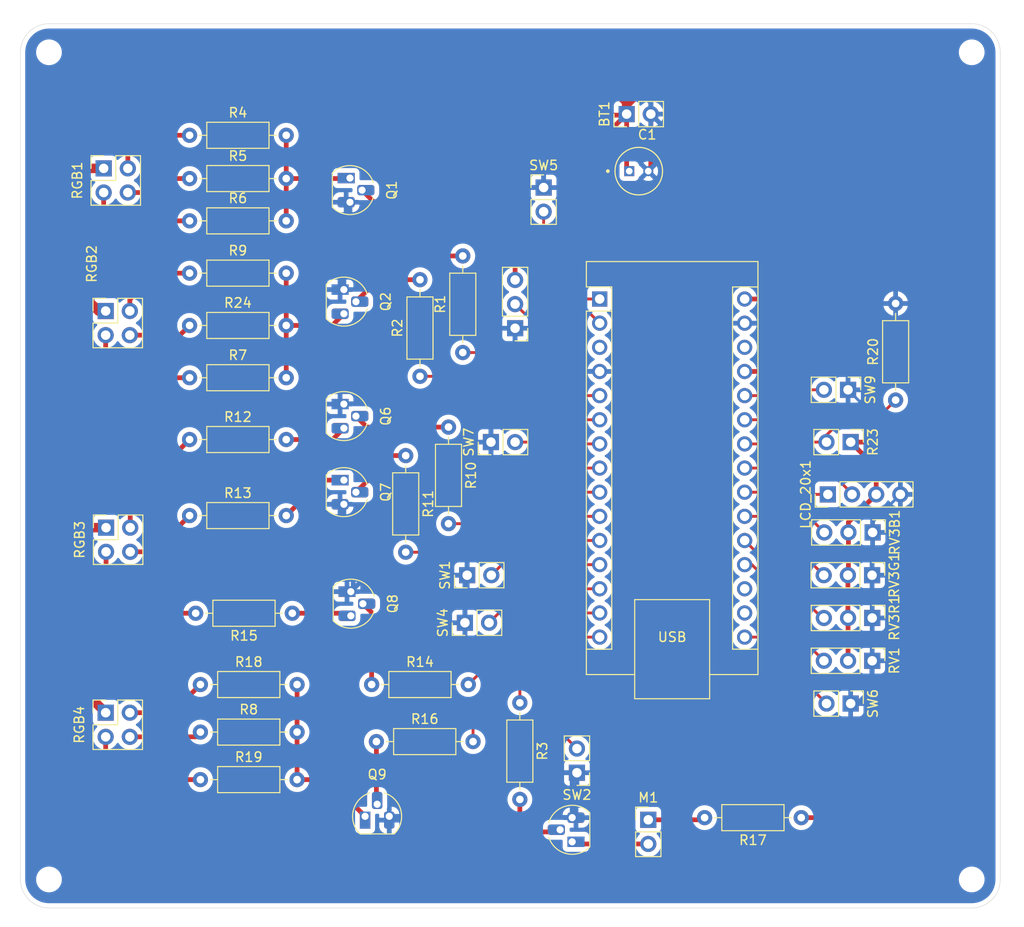
<source format=kicad_pcb>
(kicad_pcb (version 20240108) (generator "pcbnew") (generator_version "8.0")
  (layers (0 "F.Cu" signal) (31 "B.Cu" power) (34 "B.Paste" user) (35 "F.Paste" user) (36 "B.SilkS" user "B.Silkscreen") (37 "F.SilkS" user "F.Silkscreen") (38 "B.Mask" user) (39 "F.Mask" user) (44 "Edge.Cuts" user))
  (net 0 "")
  (net 2 "R3B enable")
  (net 3 "C_button_1")
  (net 4 "R2-enable")
  (net 5 "+5V")
  (net 6 "MC_signal")
  (net 7 "GND")
  (net 8 "R2_S1")
  (net 9 "R3-R")
  (net 11 "MD_light_enable")
  (net 12 "R3R enable")
  (net 14 "SDA")
  (net 15 "R2_S2")
  (net 16 "C_button_3")
  (net 17 "R1-enable")
  (net 18 "R1-D")
  (net 20 "SCL")
  (net 21 "LDR")
  (net 22 "C_button_2")
  (net 23 "R3-G")
  (net 24 "R3_S1")
  (net 25 "R3G enable")
  (net 26 "fan switch")
  (net 27 "VCC")
  (net 28 "R3-B")
  (net 29 "Net-(Q1-C)")
  (net 30 "Net-(Q1-B)")
  (net 31 "Net-(Q2-C)")
  (net 32 "Net-(Q2-B)")
  (net 33 "Net-(M1--)")
  (net 34 "Net-(Q3-B)")
  (net 35 "Net-(Q6-B)")
  (net 36 "Net-(Q6-C)")
  (net 37 "Net-(Q7-C)")
  (net 38 "Net-(Q7-B)")
  (net 39 "Net-(Q8-C)")
  (net 40 "Net-(Q8-B)")
  (net 41 "Net-(Q9-B)")
  (net 42 "Net-(Q9-C)")
  (net 43 "fan enable")
  (net 44 "Net-(RGB1-R)")
  (net 45 "Net-(RGB1-G)")
  (net 46 "Net-(RGB1-B)")
  (net 47 "Net-(RGB2-R)")
  (net 48 "Net-(RGB4-G)")
  (net 49 "Net-(RGB2-B)")
  (net 50 "Net-(RGB3-R)")
  (net 51 "Net-(RGB3-G)")
  (net 52 "Net-(RGB3-B)")
  (net 53 "Net-(M1-+)")
  (net 54 "Net-(RGB4-R)")
  (net 55 "Net-(RGB4-B)")
  (net 56 "Net-(RGB2-G)")
  (footprint "Resistor_THT:R_Axial_DIN0207_L6.3mm_D2.5mm_P10.16mm_Horizontal" (layer "F.Cu") (at 38.28 46.23)
    (property "Reference" "R9")
    (property "Value" "300")
  )
  (footprint "Connector_PinSocket_2.54mm:PinSocket_2x02_P2.54mm_Vertical" (layer "F.Cu") (at 29.25 35.21 90)
    (property "Reference" "RGB1")
    (property "Value" "FD-5WSRGB-A")
  )
  (footprint "Resistor_THT:R_Axial_DIN0207_L6.3mm_D2.5mm_P10.16mm_Horizontal" (layer "F.Cu") (at 38.28 57.23)
    (property "Reference" "R7")
    (property "Value" "360")
  )
  (footprint "Connector_PinSocket_2.54mm:PinSocket_2x02_P2.54mm_Vertical" (layer "F.Cu") (at 29.46 92.46 90)
    (property "Reference" "RGB4")
    (property "Value" "FD-5WSRGB-A")
  )
  (footprint "Package_TO_SOT_THT:TO-92_HandSolder" (layer "F.Cu") (at 78.5 106.04 90)
    (property "Reference" "Q3")
    (property "Value" "BC547")
  )
  (footprint "Connector_PinHeader_2.54mm:PinHeader_1x02_P2.54mm_Vertical" (layer "F.Cu") (at 107.775 91.5 -90)
    (property "Reference" "SW6")
    (property "Value" "SW_SPST")
  )
  (footprint "Connector_PinHeader_2.54mm:PinHeader_1x02_P2.54mm_Vertical" (layer "F.Cu") (at 86.5 103.725)
    (property "Reference" "M1")
    (property "Value" "Fan")
  )
  (footprint "Resistor_THT:R_Axial_DIN0207_L6.3mm_D2.5mm_P10.16mm_Horizontal" (layer "F.Cu") (at 112.5 59.58 90)
    (property "Reference" "R20")
    (property "Value" "10k")
  )
  (footprint "Connector_PinHeader_2.54mm:PinHeader_1x02_P2.54mm_Vertical" (layer "F.Cu") (at 84.225 29.5 90)
    (property "Reference" "BT1")
    (property "Value" "9V")
  )
  (footprint "Resistor_THT:R_Axial_DIN0207_L6.3mm_D2.5mm_P10.16mm_Horizontal" (layer "F.Cu") (at 38.28 40.73)
    (property "Reference" "R6")
    (property "Value" "300")
  )
  (footprint "Resistor_THT:R_Axial_DIN0207_L6.3mm_D2.5mm_P10.16mm_Horizontal" (layer "F.Cu") (at 38.28 51.73)
    (property "Reference" "R24")
    (property "Value" "300")
  )
  (footprint "Connector_PinHeader_2.54mm:PinHeader_1x03_P2.54mm_Vertical" (layer "F.Cu") (at 110.08 73.5 -90)
    (property "Reference" "RV3B1")
    (property "Value" "10k")
  )
  (footprint "Package_TO_SOT_THT:TO-92_HandSolder" (layer "F.Cu") (at 56.73 103.36)
    (property "Reference" "Q9")
    (property "Value" "BC547C")
  )
  (footprint "Connector_PinHeader_2.54mm:PinHeader_1x04_P2.54mm_Vertical" (layer "F.Cu") (at 105.38 69.5 90)
    (property "Reference" "LCD_20x1")
    (property "Value" "~")
  )
  (footprint "MountingHole:MountingHole_2.2mm_M2" (layer "F.Cu") (at 120.5 23)
    (property "Reference" "H1")
    (property "Value" "MountingHole")
  )
  (footprint "Connector_PinHeader_2.54mm:PinHeader_1x02_P2.54mm_Vertical" (layer "F.Cu") (at 67.225 83 90)
    (property "Reference" "SW4")
    (property "Value" "SW_Push")
  )
  (footprint "Connector_PinHeader_2.54mm:PinHeader_1x02_P2.54mm_Vertical" (layer "F.Cu") (at 67.46 78 90)
    (property "Reference" "SW1")
    (property "Value" "SW_SPST")
  )
  (footprint "Package_TO_SOT_THT:TO-92_HandSolder" (layer "F.Cu") (at 54.5 60 -90)
    (property "Reference" "Q6")
    (property "Value" "BC547C")
  )
  (footprint "Resistor_THT:R_Axial_DIN0207_L6.3mm_D2.5mm_P10.16mm_Horizontal" (layer "F.Cu") (at 62.5 57.08 90)
    (property "Reference" "R2")
    (property "Value" "15k")
  )
  (footprint "Connector_PinSocket_2.54mm:PinSocket_2x02_P2.54mm_Vertical" (layer "F.Cu") (at 29.5 73 90)
    (property "Reference" "RGB3")
    (property "Value" "FD-5WSRGB-A")
  )
  (footprint "Resistor_THT:R_Axial_DIN0207_L6.3mm_D2.5mm_P10.16mm_Horizontal" (layer "F.Cu") (at 67 54.58 90)
    (property "Reference" "R1")
    (property "Value" "15k")
  )
  (footprint "Connector_PinHeader_2.54mm:PinHeader_1x02_P2.54mm_Vertical" (layer "F.Cu") (at 107.775 64 -90)
    (property "Reference" "R23")
    (property "Value" "LDR03")
  )
  (footprint "Connector_PinHeader_2.54mm:PinHeader_1x03_P2.54mm_Vertical" (layer "F.Cu") (at 110.04 82.5 -90)
    (property "Reference" "RV3R1")
    (property "Value" "10k")
  )
  (footprint "Package_TO_SOT_THT:TO-92_HandSolder" (layer "F.Cu") (at 54.5 68 -90)
    (property "Reference" "Q7")
    (property "Value" "BC547C")
  )
  (footprint "Package_TO_SOT_THT:TO-92_HandSolder" (layer "F.Cu") (at 55.14 36.23 -90)
    (property "Reference" "Q1")
    (property "Value" "BC547C")
  )
  (footprint "Connector_PinSocket_2.54mm:PinSocket_2x02_P2.54mm_Vertical" (layer "F.Cu") (at 29.46 50.21 90)
    (property "Reference" "RGB2")
    (property "Value" "FD-5WSRGB-A")
  )
  (footprint "Resistor_THT:R_Axial_DIN0207_L6.3mm_D2.5mm_P10.16mm_Horizontal" (layer "F.Cu") (at 61 65.42 -90)
    (property "Reference" "R11")
    (property "Value" "45k")
  )
  (footprint "Connector_PinHeader_2.54mm:PinHeader_1x03_P2.54mm_Vertical" (layer "F.Cu") (at 110.025 78 -90)
    (property "Reference" "RV3G1")
    (property "Value" "10k")
  )
  (footprint "Resistor_THT:R_Axial_DIN0207_L6.3mm_D2.5mm_P10.16mm_Horizontal" (layer "F.Cu") (at 38.28 71.73)
    (property "Reference" "R13")
    (property "Value" "300")
  )
  (footprint "Resistor_THT:R_Axial_DIN0207_L6.3mm_D2.5mm_P10.16mm_Horizontal" (layer "F.Cu") (at 102.58 103.5 180)
    (property "Reference" "R17")
    (property "Value" "52")
  )
  (footprint "Connector_PinHeader_2.54mm:PinHeader_1x02_P2.54mm_Vertical" (layer "F.Cu") (at 79 98.775 180)
    (property "Reference" "SW2")
    (property "Value" "SW_SPST")
  )
  (footprint "MountingHole:MountingHole_2.2mm_M2" (layer "F.Cu") (at 23.5 110)
    (property "Reference" "H3")
    (property "Value" "MountingHole")
  )
  (footprint "MountingHole:MountingHole_2.2mm_M2" (layer "F.Cu") (at 23.5 23)
    (property "Reference" "H4")
    (property "Value" "MountingHole")
  )
  (footprint "Resistor_THT:R_Axial_DIN0207_L6.3mm_D2.5mm_P10.16mm_Horizontal" (layer "F.Cu") (at 49.08 82 180)
    (property "Reference" "R15")
    (property "Value" "300")
  )
  (footprint "Resistor_THT:R_Axial_DIN0207_L6.3mm_D2.5mm_P10.16mm_Horizontal" (layer "F.Cu") (at 65.5 62.42 -90)
    (property "Reference" "R10")
    (property "Value" "45k")
  )
  (footprint "Resistor_THT:R_Axial_DIN0207_L6.3mm_D2.5mm_P10.16mm_Horizontal" (layer "F.Cu") (at 39.42 99.5)
    (property "Reference" "R19")
    (property "Value" "300")
  )
  (footprint "Connector_PinHeader_2.54mm:PinHeader_1x03_P2.54mm_Vertical" (layer "F.Cu") (at 72.5 52.025 180)
    (property "Reference" "HC–SR505PIR1")
    (property "Value" "~")
  )
  (footprint "Connector_PinHeader_2.54mm:PinHeader_1x02_P2.54mm_Vertical" (layer "F.Cu") (at 75.5 37.225)
    (property "Reference" "SW5")
    (property "Value" "SW_Push")
  )
  (footprint "Resistor_THT:R_Axial_DIN0207_L6.3mm_D2.5mm_P10.16mm_Horizontal" (layer "F.Cu") (at 57.92 95.5)
    (property "Reference" "R16")
    (property "Value" "15k")
  )
  (footprint "Package_TO_SOT_THT:TO-92_HandSolder" (layer "F.Cu") (at 55.23 79.73 -90)
    (property "Reference" "Q8")
    (property "Value" "BC547C")
  )
  (footprint "Resistor_THT:R_Axial_DIN0207_L6.3mm_D2.5mm_P10.16mm_Horizontal" (layer "F.Cu") (at 39.42 94.5)
    (property "Reference" "R8")
    (property "Value" "300")
  )
  (footprint "Connector_PinHeader_2.54mm:PinHeader_1x02_P2.54mm_Vertical" (layer "F.Cu") (at 69.96 64 90)
    (property "Reference" "SW7")
    (property "Value" "SW_Push")
  )
  (footprint "Resistor_THT:R_Axial_DIN0207_L6.3mm_D2.5mm_P10.16mm_Horizontal" (layer "F.Cu") (at 38.28 63.73)
    (property "Reference" "R12")
    (property "Value" "360")
  )
  (footprint "Module:Arduino_Nano" (layer "F.Cu") (at 81.39 48.95)
    (property "Reference" "A1" (hide yes))
    (property "Value" "Arduino_Nano_v3.x")
  )
  (footprint "Resistor_THT:R_Axial_DIN0207_L6.3mm_D2.5mm_P10.16mm_Horizontal" (layer "F.Cu") (at 39.42 89.5)
    (property "Reference" "R18")
    (property "Value" "360")
  )
  (footprint "Resistor_THT:R_Axial_DIN0207_L6.3mm_D2.5mm_P10.16mm_Horizontal" (layer "F.Cu") (at 73 91.42 -90)
    (property "Reference" "R3")
    (property "Value" "7.5k")
  )
  (footprint "Connector_PinHeader_2.54mm:PinHeader_1x02_P2.54mm_Vertical" (layer "F.Cu") (at 107.5 58.5 -90)
    (property "Reference" "SW9")
    (property "Value" "SW_SPST")
  )
  (footprint "Resistor_THT:R_Axial_DIN0207_L6.3mm_D2.5mm_P10.16mm_Horizontal" (layer "F.Cu") (at 38.28 31.73)
    (property "Reference" "R4")
    (property "Value" "360")
  )
  (footprint "Library:CAPPRD200W45D500H500" (layer "F.Cu") (at 85.5 35.5)
    (property "Reference" "C1")
    (property "Value" "4.7µF")
  )
  (footprint "Resistor_THT:R_Axial_DIN0207_L6.3mm_D2.5mm_P10.16mm_Horizontal" (layer "F.Cu") (at 57.42 89.5)
    (property "Reference" "R14")
    (property "Value" "45k")
  )
  (footprint "MountingHole:MountingHole_2.2mm_M2" (layer "F.Cu") (at 120.5 110)
    (property "Reference" "H2")
    (property "Value" "MountingHole")
  )
  (footprint "Connector_PinHeader_2.54mm:PinHeader_1x03_P2.54mm_Vertical" (layer "F.Cu") (at 110.04 87 -90)
    (property "Reference" "RV1")
    (property "Value" "10k")
  )
  (footprint "Package_TO_SOT_THT:TO-92_HandSolder" (layer "F.Cu") (at 54.5 47.96 -90)
    (property "Reference" "Q2")
    (property "Value" "BC547C")
  )
  (footprint "Resistor_THT:R_Axial_DIN0207_L6.3mm_D2.5mm_P10.16mm_Horizontal" (layer "F.Cu") (at 38.28 36.28)
    (property "Reference" "R5")
    (property "Value" "300")
  )
  (gr_arc (start 120.5 20) (mid 122.62132 20.87868) (end 123.5 23) (stroke (width 0.05)) (layer "Edge.Cuts"))
  (gr_line (start 120.5 113) (end 23.5 113) (stroke (width 0.05)) (layer "Edge.Cuts"))
  (gr_arc (start 20.5 23) (mid 21.37868 20.87868) (end 23.5 20) (stroke (width 0.05)) (layer "Edge.Cuts"))
  (gr_line (start 123.5 110) (end 123.5 23) (stroke (width 0.05)) (layer "Edge.Cuts"))
  (gr_line (start 23.5 20) (end 120.5 20) (stroke (width 0.05)) (layer "Edge.Cuts"))
  (gr_arc (start 23.5 113) (mid 21.37868 112.12132) (end 20.5 110) (stroke (width 0.05)) (layer "Edge.Cuts"))
  (gr_line (start 20.5 23) (end 20.5 110) (stroke (width 0.05)) (layer "Edge.Cuts"))
  (gr_arc (start 123.5 110) (mid 122.62132 112.12132) (end 120.5 113) (stroke (width 0.05)) (layer "Edge.Cuts"))
  (segment (start 77 80.08) (end 67.58 89.5) (width 0.3) (layer "F.Cu") (net 2))
  (segment (start 81.39 76.89) (end 79.11 76.89) (width 0.3) (layer "F.Cu") (net 2))
  (segment (start 77 79) (end 77 80.08) (width 0.3) (layer "F.Cu") (net 2))
  (segment (start 79.11 76.89) (end 77 79) (width 0.3) (layer "F.Cu") (net 2))
  (segment (start 75.5 46.5) (end 77.95 48.95) (width 0.3) (layer "F.Cu") (net 3))
  (segment (start 77.95 48.95) (end 81.39 48.95) (width 0.3) (layer "F.Cu") (net 3))
  (segment (start 75.5 39.765) (end 75.5 46.5) (width 0.3) (layer "F.Cu") (net 3))
  (segment (start 77.61 59.11) (end 73.08 54.58) (width 0.3) (layer "F.Cu") (net 4))
  (segment (start 81.39 59.11) (end 77.61 59.11) (width 0.3) (layer "F.Cu") (net 4))
  (segment (start 73.08 54.58) (end 67 54.58) (width 0.3) (layer "F.Cu") (net 4))
  (segment (start 107.485 78) (end 107.485 82.485) (width 0.5) (layer "F.Cu") (net 5))
  (segment (start 107.54 77.945) (end 107.485 78) (width 0.5) (layer "F.Cu") (net 5))
  (segment (start 107.5 82.5) (end 107.5 87) (width 0.5) (layer "F.Cu") (net 5))
  (segment (start 107.54 72.42) (end 110.46 69.5) (width 0.5) (layer "F.Cu") (net 5))
  (segment (start 114.5 64) (end 107.775 64) (width 0.5) (layer "F.Cu") (net 5))
  (segment (start 107.54 73.5) (end 107.54 77.945) (width 0.5) (layer "F.Cu") (net 5))
  (segment (start 110.46 66.685) (end 107.775 64) (width 0.5) (layer "F.Cu") (net 5))
  (segment (start 116 62.5) (end 114.5 64) (width 0.5) (layer "F.Cu") (net 5))
  (segment (start 109 46) (end 115 46) (width 0.5) (layer "F.Cu") (net 5))
  (segment (start 110.46 69.5) (end 110.46 66.685) (width 0.5) (layer "F.Cu") (net 5))
  (segment (start 98.43 56.57) (end 109 46) (width 0.5) (layer "F.Cu") (net 5))
  (segment (start 115 46) (end 116 47) (width 0.5) (layer "F.Cu") (net 5))
  (segment (start 107.54 73.5) (end 107.54 72.42) (width 0.5) (layer "F.Cu") (net 5))
  (segment (start 116 47) (end 116 62.5) (width 0.5) (layer "F.Cu") (net 5))
  (segment (start 96.63 56.57) (end 98.43 56.57) (width 0.5) (layer "F.Cu") (net 5))
  (segment (start 73.54 50.525) (end 72.5 49.485) (width 0.3) (layer "F.Cu") (net 6))
  (segment (start 80.425 50.525) (end 73.54 50.525) (width 0.3) (layer "F.Cu") (net 6))
  (segment (start 81.39 51.49) (end 80.425 50.525) (width 0.3) (layer "F.Cu") (net 6))
  (segment (start 67.225 78.235) (end 67.46 78) (width 0.5) (layer "F.Cu") (net 7))
  (segment (start 86.765 35.235) (end 86.5 35.5) (width 0.5) (layer "F.Cu") (net 7))
  (segment (start 86.765 29.5) (end 86.765 35.235) (width 0.5) (layer "F.Cu") (net 7))
  (segment (start 110.025 82.485) (end 110.04 82.5) (width 0.3) (layer "F.Cu") (net 7))
  (segment (start 109.5 87.5) (end 110 87) (width 0.3) (layer "F.Cu") (net 7))
  (segment (start 110 82.54) (end 110.04 82.5) (width 0.3) (layer "F.Cu") (net 7))
  (segment (start 111.08 49.42) (end 112.5 49.42) (width 0.3) (layer "B.Cu") (net 7))
  (segment (start 66.36 103.36) (end 59.27 103.36) (width 0.5) (layer "B.Cu") (net 7))
  (segment (start 110 82.54) (end 110.04 82.5) (width 0.3) (layer "B.Cu") (net 7))
  (segment (start 78.5 103.5) (end 78.5 99.275) (width 0.5) (layer "B.Cu") (net 7))
  (segment (start 65 78) (end 64.5 78.5) (width 0.5) (layer "B.Cu") (net 7))
  (segment (start 86.765 28.297919) (end 86.765 29.5) (width 0.5) (layer "B.Cu") (net 7))
  (segment (start 85 24) (end 78.5 24) (width 0.5) (layer "B.Cu") (net 7))
  (segment (start 79.57 56.57) (end 78.5 55.5) (width 0.5) (layer "B.Cu") (net 7))
  (segment (start 68.5 105.5) (end 66.36 103.36) (width 0.5) (layer "B.Cu") (net 7))
  (segment (start 113 69.5) (end 113 64) (width 0.3) (layer "B.Cu") (net 7))
  (segment (start 67.225 85.225) (end 68.5 86.5) (width 0.5) (layer "B.Cu") (net 7))
  (segment (start 70.47 59.97) (end 70.5 60) (width 0.5) (layer "B.Cu") (net 7))
  (segment (start 76 88.5) (end 76 98) (width 0.5) (layer "B.Cu") (net 7))
  (segment (start 110.025 77.525) (end 110.08 77.47) (width 0.3) (layer "B.Cu") (net 7))
  (segment (start 113 64) (end 107.5 58.5) (width 0.3) (layer "B.Cu") (net 7))
  (segment (start 67.225 83) (end 67.225 85.225) (width 0.5) (layer "B.Cu") (net 7))
  (segment (start 96.63 51.49) (end 100.01 51.49) (width 0.5) (layer "B.Cu") (net 7))
  (segment (start 67.46 78) (end 65 78) (width 0.5) (layer "B.Cu") (net 7))
  (segment (start 55.48 77.48) (end 54.5 76.5) (width 0.5) (layer "B.Cu") (net 7))
  (segment (start 73 105.5) (end 68.5 105.5) (width 0.5) (layer "B.Cu") (net 7))
  (segment (start 102.5 49) (end 102.5 42) (width 0.5) (layer "B.Cu") (net 7))
  (segment (start 110.025 78) (end 110.025 77.525) (width 0.3) (layer "B.Cu") (net 7))
  (segment (start 84.967081 26.5) (end 86.765 28.297919) (width 0.5) (layer "B.Cu") (net 7))
  (segment (start 110 87) (end 110 82.54) (width 0.3) (layer "B.Cu") (net 7))
  (segment (start 80 26.5) (end 84.967081 26.5) (width 0.5) (layer "B.Cu") (net 7))
  (segment (start 78.5 24) (end 75.5 27) (width 0.5) (layer "B.Cu") (net 7))
  (segment (start 67.46 78) (end 67.46 76.54) (width 0.5) (layer "B.Cu") (net 7))
  (segment (start 55.14 42.86) (end 55.14 42.5) (width 0.5) (layer "B.Cu") (net 7))
  (segment (start 75.03 103.47) (end 73 105.5) (width 0.5) (layer "B.Cu") (net 7))
  (segment (start 55.23 79.73) (end 55.48 79.48) (width 0.5) (layer "B.Cu") (net 7))
  (segment (start 76 98) (end 76.775 98.775) (width 0.5) (layer "B.Cu") (net 7))
  (segment (start 110.04 78.015) (end 110.025 78) (width 0.3) (layer "B.Cu") (net 7))
  (segment (start 72.725 37.225) (end 70.225 39.725) (width 0.5) (layer "B.Cu") (net 7))
  (segment (start 107.5 53) (end 111.08 49.42) (width 0.3) (layer "B.Cu") (net 7))
  (segment (start 76 45.5) (end 70.225 39.725) (width 0.5) (layer "B.Cu") (net 7))
  (segment (start 97.5 29.5) (end 86.765 29.5) (width 0.3) (layer "B.Cu") (net 7))
  (segment (start 90 40) (end 90 32.735) (width 0.5) (layer "B.Cu") (net 7))
  (segment (start 74 86.5) (end 76 88.5) (width 0.5) (layer "B.Cu") (net 7))
  (segment (start 108.5 91.5) (end 110 90) (width 0.5) (layer "B.Cu") (net 7))
  (segment (start 67.46 76.54) (end 69.96 74.04) (width 0.5) (layer "B.Cu") (net 7))
  (segment (start 110.08 73.5) (end 110.08 72.42) (width 0.3) (layer "B.Cu") (net 7))
  (segment (start 110.08 77.47) (end 110.08 73.5) (width 0.3) (layer "B.Cu") (net 7))
  (segment (start 54.5 76.5) (end 54.5 70.54) (width 0.5) (layer "B.Cu") (net 7))
  (segment (start 110 90) (end 110 87) (width 0.5) (layer "B.Cu") (net 7))
  (segment (start 69.96 64) (end 69.96 60.54) (width 0.5) (layer "B.Cu") (net 7))
  (segment (start 72.5 58) (end 72.5 52.025) (width 0.5) (layer "B.Cu") (net 7))
  (segment (start 78.5 103.5) (end 78.47 103.47) (width 0.5) (layer "B.Cu") (net 7))
  (segment (start 69.96 60.54) (end 70.5 60) (width 0.5) (layer "B.Cu") (net 7))
  (segment (start 67.225 83) (end 67.225 78.235) (width 0.5) (layer "B.Cu") (net 7))
  (segment (start 78.5 55.5) (end 78.5 28) (width 0.5) (layer "B.Cu") (net 7))
  (segment (start 54.53 59.97) (end 70.47 59.97) (width 0.5) (layer "B.Cu") (net 7))
  (segment (start 67.225 78.235) (end 67.46 78) (width 0.5) (layer "B.Cu") (net 7))
  (segment (start 78.5 99.275) (end 79 98.775) (width 0.5) (layer "B.Cu") (net 7))
  (segment (start 86.765 25.765) (end 85 24) (width 0.5) (layer "B.Cu") (net 7))
  (segment (start 56 42.5) (end 55.14 42.5) (width 0.5) (layer "B.Cu") (net 7))
  (segment (start 68.5 86.5) (end 74 86.5) (width 0.5) (layer "B.Cu") (net 7))
  (segment (start 90 32.735) (end 86.765 29.5) (width 0.5) (layer "B.Cu") (net 7))
  (segment (start 76.775 98.775) (end 79 98.775) (width 0.5) (layer "B.Cu") (net 7))
  (segment (start 72.5 58) (end 76 54.5) (width 0.5) (layer "B.Cu") (net 7))
  (segment (start 112.5 49.42) (end 112.5 44.5) (width 0.3) (layer "B.Cu") (net 7))
  (segment (start 69.96 74.04) (end 69.96 64) (width 0.5) (layer "B.Cu") (net 7))
  (segment (start 75.5 37.225) (end 72.725 37.225) (width 0.5) (layer "B.Cu") (net 7))
  (segment (start 100.01 51.49) (end 102.5 49) (width 0.5) (layer "B.Cu") (net 7))
  (segment (start 54.5 60) (end 54.53 59.97) (width 0.5) (layer "B.Cu") (net 7))
  (segment (start 64.5 78.5) (end 56.46 78.5) (width 0.5) (layer "B.Cu") (net 7))
  (segment (start 110.08 72.42) (end 113 69.5) (width 0.3) (layer "B.Cu") (net 7))
  (segment (start 55.48 79.48) (end 55.48 77.48) (width 0.5) (layer "B.Cu") (net 7))
  (segment (start 78.47 103.47) (end 75.03 103.47) (width 0.5) (layer "B.Cu") (net 7))
  (segment (start 100.5 40) (end 90 40) (width 0.5) (layer "B.Cu") (net 7))
  (segment (start 58.775 39.725) (end 56 42.5) (width 0.5) (layer "B.Cu") (net 7))
  (segment (start 54.5 43.5) (end 55.14 42.86) (width 0.5) (layer "B.Cu") (net 7))
  (segment (start 78.5 28) (end 80 26.5) (width 0.5) (layer "B.Cu") (net 7))
  (segment (start 86.765 29.5) (end 86.765 25.765) (width 0.5) (layer "B.Cu") (net 7))
  (segment (start 56.46 78.5) (end 55.23 79.73) (width 0.5) (layer "B.Cu") (net 7))
  (segment (start 110.04 82.5) (end 110.04 78.015) (width 0.3) (layer "B.Cu") (net 7))
  (segment (start 81.39 56.57) (end 79.57 56.57) (width 0.5) (layer "B.Cu") (net 7))
  (segment (start 70.5 60) (end 72.5 58) (width 0.5) (layer "B.Cu") (net 7))
  (segment (start 75.5 27) (end 75.5 37.225) (width 0.5) (layer "B.Cu") (net 7))
  (segment (start 102.5 42) (end 100.5 40) (width 0.5) (layer "B.Cu") (net 7))
  (segment (start 112.5 44.5) (end 97.5 29.5) (width 0.3) (layer "B.Cu") (net 7))
  (segment (start 76 54.5) (end 76 45.5) (width 0.5) (layer "B.Cu") (net 7))
  (segment (start 55.14 42.5) (end 55.14 38.77) (width 0.5) (layer "B.Cu") (net 7))
  (segment (start 107.5 58.5) (end 107.5 53) (width 0.3) (layer "B.Cu") (net 7))
  (segment (start 107.775 91.5) (end 108.5 91.5) (width 0.5) (layer "B.Cu") (net 7))
  (segment (start 54.5 47.96) (end 54.5 43.5) (width 0.5) (layer "B.Cu") (net 7))
  (segment (start 70.225 39.725) (end 58.775 39.725) (width 0.5) (layer "B.Cu") (net 7))
  (segment (start 70 78) (end 76.19 71.81) (width 0.3) (layer "F.Cu") (net 8))
  (segment (start 76.19 71.81) (end 81.39 71.81) (width 0.3) (layer "F.Cu") (net 8))
  (segment (start 104.78 82.5) (end 104.96 82.5) (width 0.3) (layer "F.Cu") (net 9))
  (segment (start 96.63 74.35) (end 104.78 82.5) (width 0.3) (layer "F.Cu") (net 9))
  (segment (start 68.08 93.42) (end 68.08 95.5) (width 0.3) (layer "F.Cu") (net 11))
  (segment (start 81.39 79.43) (end 79.57 79.43) (width 0.3) (layer "F.Cu") (net 11))
  (segment (start 78.5 80.5) (end 78.5 81) (width 0.3) (layer "F.Cu") (net 11))
  (segment (start 78.5 81) (end 70.5 89) (width 0.3) (layer "F.Cu") (net 11))
  (segment (start 79.57 79.43) (end 78.5 80.5) (width 0.3) (layer "F.Cu") (net 11))
  (segment (start 70.5 89) (end 70.5 91) (width 0.3) (layer "F.Cu") (net 11))
  (segment (start 70.5 91) (end 68.08 93.42) (width 0.3) (layer "F.Cu") (net 11))
  (segment (start 65.5 72.58) (end 69.42 72.58) (width 0.3) (layer "F.Cu") (net 12))
  (segment (start 69.42 72.58) (end 75.27 66.73) (width 0.3) (layer "F.Cu") (net 12))
  (segment (start 75.27 66.73) (end 81.39 66.73) (width 0.3) (layer "F.Cu") (net 12))
  (segment (start 100.27 66.73) (end 103.04 69.5) (width 0.3) (layer "F.Cu") (net 14))
  (segment (start 100.27 66.73) (end 96.63 66.73) (width 0.3) (layer "F.Cu") (net 14))
  (segment (start 103.04 69.5) (end 105.38 69.5) (width 0.3) (layer "F.Cu") (net 14))
  (segment (start 81.39 84.51) (end 79.49 84.51) (width 0.3) (layer "F.Cu") (net 15))
  (segment (start 77.5 94.735) (end 79 96.235) (width 0.3) (layer "F.Cu") (net 15))
  (segment (start 77.5 86.5) (end 77.5 94.735) (width 0.3) (layer "F.Cu") (net 15))
  (segment (start 79.49 84.51) (end 77.5 86.5) (width 0.3) (layer "F.Cu") (net 15))
  (segment (start 79.5 64) (end 72.5 64) (width 0.3) (layer "F.Cu") (net 16))
  (segment (start 81.39 64.19) (end 79.69 64.19) (width 0.3) (layer "F.Cu") (net 16))
  (segment (start 79.69 64.19) (end 79.5 64) (width 0.3) (layer "F.Cu") (net 16))
  (segment (start 74.08 59.08) (end 76.65 61.65) (width 0.3) (layer "F.Cu") (net 17))
  (segment (start 76.65 61.65) (end 81.39 61.65) (width 0.3) (layer "F.Cu") (net 17))
  (segment (start 74.08 59.08) (end 72.08 57.08) (width 0.3) (layer "F.Cu") (net 17))
  (segment (start 72.08 57.08) (end 62.5 57.08) (width 0.3) (layer "F.Cu") (net 17))
  (segment (start 102.5 84.58) (end 102.54 84.58) (width 0.3) (layer "F.Cu") (net 18))
  (segment (start 102.54 84.58) (end 104.96 87) (width 0.3) (layer "F.Cu") (net 18))
  (segment (start 102.5 84.58) (end 102.5 82) (width 0.3) (layer "F.Cu") (net 18))
  (segment (start 97.39 76.89) (end 96.63 76.89) (width 0.3) (layer "F.Cu") (net 18))
  (segment (start 102.5 82) (end 97.39 76.89) (width 0.3) (layer "F.Cu") (net 18))
  (segment (start 99.69 64.19) (end 96.63 64.19) (width 0.3) (layer "F.Cu") (net 20))
  (segment (start 107.92 69.5) (end 107.92 69.42) (width 0.3) (layer "F.Cu") (net 20))
  (segment (start 102.5 67) (end 99.69 64.19) (width 0.3) (layer "F.Cu") (net 20))
  (segment (start 105.5 67) (end 102.5 67) (width 0.3) (layer "F.Cu") (net 20))
  (segment (start 107.92 69.42) (end 105.5 67) (width 0.3) (layer "F.Cu") (net 20))
  (segment (start 99.15 61.65) (end 96.63 61.65) (width 0.3) (layer "F.Cu") (net 21))
  (segment (start 105.235 64) (end 101.5 64) (width 0.3) (layer "F.Cu") (net 21))
  (segment (start 101.5 64) (end 99.15 61.65) (width 0.3) (layer "F.Cu") (net 21))
  (segment (start 105.235 64) (end 105.235 63.265) (width 0.3) (layer "F.Cu") (net 21))
  (segment (start 105.235 63.265) (end 107 61.5) (width 0.3) (layer "F.Cu") (net 21))
  (segment (start 107 61.5) (end 110.58 61.5) (width 0.3) (layer "F.Cu") (net 21))
  (segment (start 110.58 61.5) (end 112.5 59.58) (width 0.3) (layer "F.Cu") (net 21))
  (segment (start 81.39 74.35) (end 78.415 74.35) (width 0.3) (layer "F.Cu") (net 22))
  (segment (start 78.415 74.35) (end 69.765 83) (width 0.3) (layer "F.Cu") (net 22))
  (segment (start 98.31 71.81) (end 103 76.5) (width 0.3) (layer "F.Cu") (net 23))
  (segment (start 103.445 76.5) (end 104.945 78) (width 0.3) (layer "F.Cu") (net 23))
  (segment (start 96.63 71.81) (end 98.31 71.81) (width 0.3) (layer "F.Cu") (net 23))
  (segment (start 103 76.5) (end 103.445 76.5) (width 0.3) (layer "F.Cu") (net 23))
  (segment (start 96.63 59.11) (end 101.345 59.11) (width 0.3) (layer "F.Cu") (net 24))
  (segment (start 101.955 58.5) (end 104.96 58.5) (width 0.3) (layer "F.Cu") (net 24))
  (segment (start 101.345 59.11) (end 101.955 58.5) (width 0.3) (layer "F.Cu") (net 24))
  (segment (start 69.42 75.58) (end 75.73 69.27) (width 0.3) (layer "F.Cu") (net 25))
  (segment (start 75.73 69.27) (end 81.39 69.27) (width 0.3) (layer "F.Cu") (net 25))
  (segment (start 61 75.58) (end 69.42 75.58) (width 0.3) (layer "F.Cu") (net 25))
  (segment (start 98.245 84.51) (end 96.63 84.51) (width 0.3) (layer "F.Cu") (net 26))
  (segment (start 98.245 84.51) (end 105.235 91.5) (width 0.3) (layer "F.Cu") (net 26))
  (segment (start 84.225 28.775) (end 84.225 29.5) (width 0.5) (layer "F.Cu") (net 27))
  (segment (start 26 47.5) (end 26 35) (width 1) (layer "F.Cu") (net 27))
  (segment (start 26 31) (end 26 35) (width 1) (layer "F.Cu") (net 27))
  (segment (start 80.235 33.3575) (end 80.3675 33.3575) (width 0.5) (layer "F.Cu") (net 27))
  (segment (start 26 54.5) (end 26 47.5) (width 1) (layer "F.Cu") (net 27))
  (segment (start 27 73) (end 26 72) (width 1) (layer "F.Cu") (net 27))
  (segment (start 118.5 91.772032) (end 118.5 45.5) (width 0.5) (layer "F.Cu") (net 27))
  (segment (start 29.5 27.5) (end 26 31) (width 1) (layer "F.Cu") (net 27))
  (segment (start 26 59) (end 26 54.5) (width 1) (layer "F.Cu") (net 27))
  (segment (start 82.235 41.1325) (end 80.235 39.1325) (width 0.5) (layer "F.Cu") (net 27))
  (segment (start 101 47.5) (end 101 42.8975) (width 0.5) (layer "F.Cu") (net 27))
  (segment (start 84.225 28.225) (end 83.5 27.5) (width 1) (layer "F.Cu") (net 27))
  (segment (start 28.71 50.21) (end 26 47.5) (width 1) (layer "F.Cu") (net 27))
  (segment (start 83.5 27.5) (end 29.5 27.5) (width 1) (layer "F.Cu") (net 27))
  (segment (start 26.21 35.21) (end 26 35) (width 1) (layer "F.Cu") (net 27))
  (segment (start 84.225 35.225) (end 84.5 35.5) (width 0.5) (layer "F.Cu") (net 27))
  (segment (start 29.5 73) (end 27 73) (width 1) (layer "F.Cu") (net 27))
  (segment (start 99.5 49) (end 101 47.5) (width 0.5) (layer "F.Cu") (net 27))
  (segment (start 29.46 92.46) (end 26 89) (width 1) (layer "F.Cu") (net 27))
  (segment (start 26 72) (end 26 59) (width 1) (layer "F.Cu") (net 27))
  (segment (start 29.46 50.21) (end 28.71 50.21) (width 1) (layer "F.Cu") (net 27))
  (segment (start 84.225 29.5) (end 84.225 35.225) (width 0.5) (layer "F.Cu") (net 27))
  (segment (start 80.3675 33.3575) (end 84.225 29.5) (width 0.5) (layer "F.Cu") (net 27))
  (segment (start 84.225 29.5) (end 84.225 28.225) (width 1) (layer "F.Cu") (net 27))
  (segment (start 101 42.8975) (end 99.235 41.1325) (width 0.5) (layer "F.Cu") (net 27))
  (segment (start 99.5 26.5) (end 86.5 26.5) (width 0.5) (layer "F.Cu") (net 27))
  (segment (start 99.235 41.1325) (end 82.235 41.1325) (width 0.5) (layer "F.Cu") (net 27))
  (segment (start 72.5 34) (end 76.8875 29.6125) (width 0.5) (layer "F.Cu") (net 27))
  (segment (start 80.235 39.1325) (end 80.235 33.3575) (width 0.5) (layer "F.Cu") (net 27))
  (segment (start 86.5 26.5) (end 84.225 28.775) (width 0.5) (layer "F.Cu") (net 27))
  (segment (start 96.63 48.95) (end 99.45 48.95) (width 0.5) (layer "F.Cu") (net 27))
  (segment (start 26 89) (end 26 72) (width 1) (layer "F.Cu") (net 27))
  (segment (start 118.5 91.772032) (end 106.772032 103.5) (width 0.5) (layer "F.Cu") (net 27))
  (segment (start 84.1125 29.6125) (end 76.8875 29.6125) (width 0.5) (layer "F.Cu") (net 27))
  (segment (start 72.5 46.945) (end 72.5 34) (width 0.5) (layer "F.Cu") (net 27))
  (segment (start 29.25 35.21) (end 26.21 35.21) (width 1) (layer "F.Cu") (net 27))
  (segment (start 106.772032 103.5) (end 102.58 103.5) (width 0.5) (layer "F.Cu") (net 27))
  (segment (start 99.45 48.95) (end 99.5 49) (width 0.5) (layer "F.Cu") (net 27))
  (segment (start 84.225 29.5) (end 84.1125 29.6125) (width 0.5) (layer "F.Cu") (net 27))
  (segment (start 118.5 45.5) (end 99.5 26.5) (width 0.5) (layer "F.Cu") (net 27))
  (segment (start 96.63 69.27) (end 100.77 69.27) (width 0.3) (layer "F.Cu") (net 28))
  (segment (start 100.77 69.27) (end 105 73.5) (width 0.3) (layer "F.Cu") (net 28))
  (segment (start 48.44 40.73) (end 48.44 36.28) (width 0.5) (layer "F.Cu") (net 29))
  (segment (start 55.09 36.28) (end 55.14 36.23) (width 0.5) (layer "F.Cu") (net 29))
  (segment (start 48.44 36.28) (end 55.09 36.28) (width 0.5) (layer "F.Cu") (net 29))
  (segment (start 48.44 31.73) (end 48.44 36.28) (width 0.5) (layer "F.Cu") (net 29))
  (segment (start 63.33 44.42) (end 67 44.42) (width 0.5) (layer "F.Cu") (net 30))
  (segment (start 56.41 37.5) (end 63.33 44.42) (width 0.5) (layer "F.Cu") (net 30))
  (segment (start 48.44 51.73) (end 53.27 51.73) (width 0.5) (layer "F.Cu") (net 31))
  (segment (start 48.44 57.23) (end 48.44 51.73) (width 0.5) (layer "F.Cu") (net 31))
  (segment (start 48.44 51.73) (end 48.44 46.23) (width 0.5) (layer "F.Cu") (net 31))
  (segment (start 53.27 51.73) (end 54.5 50.5) (width 0.5) (layer "F.Cu") (net 31))
  (segment (start 58.08 46.92) (end 55.77 49.23) (width 0.5) (layer "F.Cu") (net 32))
  (segment (start 62.5 46.92) (end 58.08 46.92) (width 0.5) (layer "F.Cu") (net 32))
  (segment (start 78.725 106.265) (end 86.5 106.265) (width 0.5) (layer "F.Cu") (net 33))
  (segment (start 78.5 106.04) (end 78.725 106.265) (width 0.5) (layer "F.Cu") (net 33))
  (segment (start 74.5 105) (end 73 103.5) (width 0.5) (layer "F.Cu") (net 34))
  (segment (start 77.23 104.77) (end 77 105) (width 0.5) (layer "F.Cu") (net 34))
  (segment (start 77 105) (end 74.5 105) (width 0.5) (layer "F.Cu") (net 34))
  (segment (start 73 101.58) (end 73 103.5) (width 0.5) (layer "F.Cu") (net 34))
  (segment (start 65.5 62.42) (end 56.92 62.42) (width 0.5) (layer "F.Cu") (net 35))
  (segment (start 56.92 62.42) (end 55.77 61.27) (width 0.5) (layer "F.Cu") (net 35))
  (segment (start 48.44 63.73) (end 53.31 63.73) (width 0.5) (layer "F.Cu") (net 36))
  (segment (start 53.31 63.73) (end 54.5 62.54) (width 0.5) (layer "F.Cu") (net 36))
  (segment (start 48.44 71.73) (end 52.17 68) (width 0.5) (layer "F.Cu") (net 37))
  (segment (start 52.17 68) (end 54.5 68) (width 0.5) (layer "F.Cu") (net 37))
  (segment (start 59.62 65.42) (end 61 65.42) (width 0.5) (layer "F.Cu") (net 38))
  (segment (start 55.77 69.27) (end 59.62 65.42) (width 0.5) (layer "F.Cu") (net 38))
  (segment (start 54.96 82) (end 55.23 82.27) (width 0.5) (layer "F.Cu") (net 39))
  (segment (start 49.08 82) (end 54.96 82) (width 0.5) (layer "F.Cu") (net 39))
  (segment (start 57.42 81.92) (end 56.5 81) (width 0.5) (layer "F.Cu") (net 40))
  (segment (start 57.42 81.92) (end 57.42 89.5) (width 0.5) (layer "F.Cu") (net 40))
  (segment (start 57.92 102.01) (end 57.92 95.5) (width 0.5) (layer "F.Cu") (net 41))
  (segment (start 58 102.09) (end 57.92 102.01) (width 0.5) (layer "F.Cu") (net 41))
  (segment (start 49.58 94.5) (end 49.58 89.5) (width 0.5) (layer "F.Cu") (net 42))
  (segment (start 52.87 99.5) (end 49.58 99.5) (width 0.5) (layer "F.Cu") (net 42))
  (segment (start 49.58 99.5) (end 49.58 94.5) (width 0.5) (layer "F.Cu") (net 42))
  (segment (start 56.73 103.36) (end 52.87 99.5) (width 0.5) (layer "F.Cu") (net 42))
  (segment (start 80.03 81.97) (end 81.39 81.97) (width 0.3) (layer "F.Cu") (net 43))
  (segment (start 73 89) (end 80.03 81.97) (width 0.3) (layer "F.Cu") (net 43))
  (segment (start 73 89) (end 73 91.42) (width 0.3) (layer "F.Cu") (net 43))
  (segment (start 31.79 35.21) (end 31.79 32.71) (width 0.5) (layer "F.Cu") (net 44))
  (segment (start 32.77 31.73) (end 31.79 32.71) (width 0.5) (layer "F.Cu") (net 44))
  (segment (start 38.28 31.73) (end 32.77 31.73) (width 0.5) (layer "F.Cu") (net 44))
  (segment (start 36.78 36.28) (end 35.31 37.75) (width 0.5) (layer "F.Cu") (net 45))
  (segment (start 38.28 36.28) (end 36.78 36.28) (width 0.5) (layer "F.Cu") (net 45))
  (segment (start 35.31 37.75) (end 31.79 37.75) (width 0.5) (layer "F.Cu") (net 45))
  (segment (start 30.5 41.5) (end 36.01 41.5) (width 0.5) (layer "F.Cu") (net 46))
  (segment (start 36.78 40.73) (end 36.01 41.5) (width 0.5) (layer "F.Cu") (net 46))
  (segment (start 29.25 40.25) (end 30.5 41.5) (width 0.5) (layer "F.Cu") (net 46))
  (segment (start 38.28 40.73) (end 36.78 40.73) (width 0.5) (layer "F.Cu") (net 46))
  (segment (start 29.25 37.75) (end 29.25 40.25) (width 0.5) (layer "F.Cu") (net 46))
  (segment (start 29.46 55.96) (end 29.46 52.75) (width 0.5) (layer "F.Cu") (net 47))
  (segment (start 30.73 57.23) (end 29.46 55.96) (width 0.5) (layer "F.Cu") (net 47))
  (segment (start 38.28 57.23) (end 30.73 57.23) (width 0.5) (layer "F.Cu") (net 47))
  (segment (start 38.92 95) (end 39.42 94.5) (width 0.5) (layer "F.Cu") (net 48))
  (segment (start 32 95) (end 38.92 95) (width 0.5) (layer "F.Cu") (net 48))
  (segment (start 32 49) (end 32 50.21) (width 0.5) (layer "F.Cu") (net 49))
  (segment (start 38.28 46.23) (end 34.77 46.23) (width 0.5) (layer "F.Cu") (net 49))
  (segment (start 34.77 46.23) (end 32 49) (width 0.5) (layer "F.Cu") (net 49))
  (segment (start 38.28 63.73) (end 32.51 69.5) (width 0.5) (layer "F.Cu") (net 50))
  (segment (start 32.51 69.5) (end 32.5 69.5) (width 0.5) (layer "F.Cu") (net 50))
  (segment (start 32.5 69.5) (end 32.04 69.96) (width 0.5) (layer "F.Cu") (net 50))
  (segment (start 32.04 69.96) (end 32.04 73) (width 0.5) (layer "F.Cu") (net 50))
  (segment (start 32.04 75.54) (end 34.47 75.54) (width 0.5) (layer "F.Cu") (net 51))
  (segment (start 34.47 75.54) (end 38.28 71.73) (width 0.5) (layer "F.Cu") (net 51))
  (segment (start 29.5 79) (end 29.5 75.54) (width 0.5) (layer "F.Cu") (net 52))
  (segment (start 32.5 82) (end 29.5 79) (width 0.5) (layer "F.Cu") (net 52))
  (segment (start 38.92 82) (end 32.5 82) (width 0.5) (layer "F.Cu") (net 52))
  (segment (start 92.195 103.725) (end 92.42 103.5) (width 0.5) (layer "F.Cu") (net 53))
  (segment (start 86.5 103.725) (end 92.195 103.725) (width 0.5) (layer "F.Cu") (net 53))
  (segment (start 32 92.46) (end 36.46 92.46) (width 0.5) (layer "F.Cu") (net 54))
  (segment (start 36.46 92.46) (end 39.42 89.5) (width 0.5) (layer "F.Cu") (net 54))
  (segment (start 39.42 99.5) (end 31.5 99.5) (width 0.5) (layer "F.Cu") (net 55))
  (segment (start 31.5 99.5) (end 29.46 97.46) (width 0.5) (layer "F.Cu") (net 55))
  (segment (start 29.46 97.46) (end 29.46 95) (width 0.5) (layer "F.Cu") (net 55))
  (segment (start 32 52.75) (end 37.26 52.75) (width 0.5) (layer "F.Cu") (net 56))
  (segment (start 37.26 52.75) (end 38.28 51.73) (width 0.5) (layer "F.Cu") (net 56))
  (zone (net 7) (net_name "GND") (layer "B.Cu") (connect_pads (clearance 0.5)) (min_thickness 0.25) (fill yes (thermal_gap 0.5) (thermal_bridge_width 0.5))
    (polygon (pts (xy 20 17.5) (xy 20 113) (xy 125.5 115) (xy 126 17.5) (xy 122.5 17.5)))
  )
)
</source>
